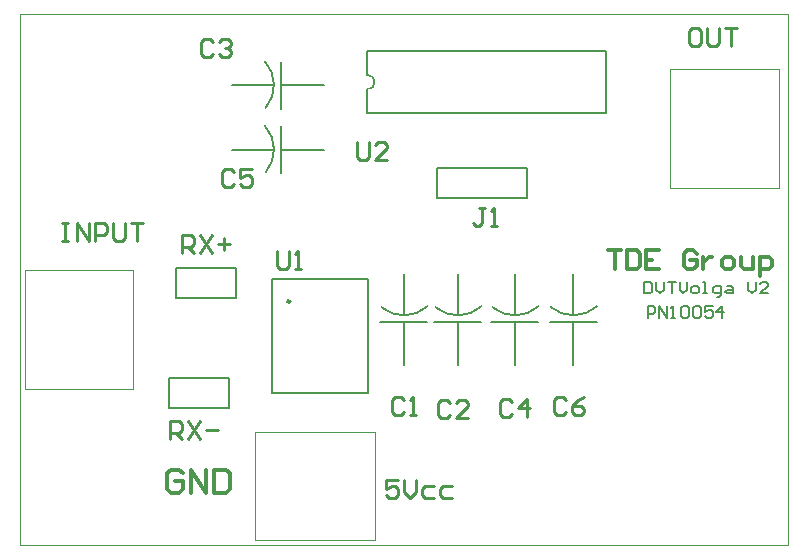
<source format=gto>
G04 Layer_Color=65535*
%FSLAX25Y25*%
%MOIN*%
G70*
G01*
G75*
%ADD14C,0.01181*%
%ADD16C,0.01000*%
%ADD18C,0.00394*%
%ADD31C,0.00984*%
%ADD32C,0.00787*%
%ADD33C,0.00197*%
%ADD34C,0.00591*%
D14*
X196200Y98197D02*
X200398D01*
X198299D01*
Y91900D01*
X202497Y98197D02*
Y91900D01*
X205646D01*
X206695Y92949D01*
Y97148D01*
X205646Y98197D01*
X202497D01*
X212993D02*
X208794D01*
Y91900D01*
X212993D01*
X208794Y95049D02*
X210893D01*
X225587Y97148D02*
X224537Y98197D01*
X222438D01*
X221389Y97148D01*
Y92949D01*
X222438Y91900D01*
X224537D01*
X225587Y92949D01*
Y95049D01*
X223488D01*
X227686Y96098D02*
Y91900D01*
Y93999D01*
X228735Y95049D01*
X229785Y96098D01*
X230834D01*
X235033Y91900D02*
X237132D01*
X238181Y92949D01*
Y95049D01*
X237132Y96098D01*
X235033D01*
X233983Y95049D01*
Y92949D01*
X235033Y91900D01*
X240280Y96098D02*
Y92949D01*
X241330Y91900D01*
X244478D01*
Y96098D01*
X246577Y89801D02*
Y96098D01*
X249726D01*
X250776Y95049D01*
Y92949D01*
X249726Y91900D01*
X246577D01*
X54322Y23860D02*
X53010Y25172D01*
X50387D01*
X49075Y23860D01*
Y18612D01*
X50387Y17300D01*
X53010D01*
X54322Y18612D01*
Y21236D01*
X51699D01*
X56946Y17300D02*
Y25172D01*
X62194Y17300D01*
Y25172D01*
X64818D02*
Y17300D01*
X68753D01*
X70065Y18612D01*
Y23860D01*
X68753Y25172D01*
X64818D01*
D16*
X85825Y98148D02*
Y93150D01*
X86825Y92150D01*
X88824D01*
X89824Y93150D01*
Y98148D01*
X91823Y92150D02*
X93822D01*
X92822D01*
Y98148D01*
X91823Y97148D01*
X50075Y35300D02*
Y41298D01*
X53074D01*
X54074Y40298D01*
Y38299D01*
X53074Y37299D01*
X50075D01*
X52074D02*
X54074Y35300D01*
X56073Y41298D02*
X60072Y35300D01*
Y41298D02*
X56073Y35300D01*
X62071Y38299D02*
X66070D01*
X54075Y97300D02*
Y103298D01*
X57074D01*
X58074Y102298D01*
Y100299D01*
X57074Y99299D01*
X54075D01*
X56074D02*
X58074Y97300D01*
X60073Y103298D02*
X64072Y97300D01*
Y103298D02*
X60073Y97300D01*
X66071Y100299D02*
X70070D01*
X68070Y102298D02*
Y98300D01*
X225999Y172298D02*
X224000D01*
X223000Y171298D01*
Y167300D01*
X224000Y166300D01*
X225999D01*
X226999Y167300D01*
Y171298D01*
X225999Y172298D01*
X228998D02*
Y167300D01*
X229998Y166300D01*
X231997D01*
X232997Y167300D01*
Y172298D01*
X234996D02*
X238995D01*
X236996D01*
Y166300D01*
X154999Y112298D02*
X152999D01*
X153999D01*
Y107300D01*
X152999Y106300D01*
X152000D01*
X151000Y107300D01*
X156998Y106300D02*
X158997D01*
X157998D01*
Y112298D01*
X156998Y111298D01*
X14185Y107298D02*
X16184D01*
X15185D01*
Y101300D01*
X14185D01*
X16184D01*
X19183D02*
Y107298D01*
X23182Y101300D01*
Y107298D01*
X25181Y101300D02*
Y107298D01*
X28181D01*
X29180Y106298D01*
Y104299D01*
X28181Y103299D01*
X25181D01*
X31179Y107298D02*
Y102300D01*
X32179Y101300D01*
X34179D01*
X35178Y102300D01*
Y107298D01*
X37178D02*
X41176D01*
X39177D01*
Y101300D01*
X125924Y21668D02*
X121925D01*
Y18669D01*
X123925Y19669D01*
X124924D01*
X125924Y18669D01*
Y16670D01*
X124924Y15670D01*
X122925D01*
X121925Y16670D01*
X127923Y21668D02*
Y17669D01*
X129923Y15670D01*
X131922Y17669D01*
Y21668D01*
X137920Y19669D02*
X134921D01*
X133921Y18669D01*
Y16670D01*
X134921Y15670D01*
X137920D01*
X143918Y19669D02*
X140919D01*
X139919Y18669D01*
Y16670D01*
X140919Y15670D01*
X143918D01*
X181999Y48298D02*
X180999Y49298D01*
X179000D01*
X178000Y48298D01*
Y44300D01*
X179000Y43300D01*
X180999D01*
X181999Y44300D01*
X187997Y49298D02*
X185997Y48298D01*
X183998Y46299D01*
Y44300D01*
X184998Y43300D01*
X186997D01*
X187997Y44300D01*
Y45299D01*
X186997Y46299D01*
X183998D01*
X71499Y124298D02*
X70499Y125298D01*
X68500D01*
X67500Y124298D01*
Y120300D01*
X68500Y119300D01*
X70499D01*
X71499Y120300D01*
X77497Y125298D02*
X73498D01*
Y122299D01*
X75497Y123299D01*
X76497D01*
X77497Y122299D01*
Y120300D01*
X76497Y119300D01*
X74498D01*
X73498Y120300D01*
X163999Y47798D02*
X162999Y48798D01*
X161000D01*
X160000Y47798D01*
Y43800D01*
X161000Y42800D01*
X162999D01*
X163999Y43800D01*
X168997Y42800D02*
Y48798D01*
X165998Y45799D01*
X169997D01*
X64499Y167798D02*
X63499Y168798D01*
X61500D01*
X60500Y167798D01*
Y163800D01*
X61500Y162800D01*
X63499D01*
X64499Y163800D01*
X66498Y167798D02*
X67498Y168798D01*
X69497D01*
X70497Y167798D01*
Y166799D01*
X69497Y165799D01*
X68497D01*
X69497D01*
X70497Y164799D01*
Y163800D01*
X69497Y162800D01*
X67498D01*
X66498Y163800D01*
X143499Y47298D02*
X142499Y48298D01*
X140500D01*
X139500Y47298D01*
Y43300D01*
X140500Y42300D01*
X142499D01*
X143499Y43300D01*
X149497Y42300D02*
X145498D01*
X149497Y46299D01*
Y47298D01*
X148497Y48298D01*
X146498D01*
X145498Y47298D01*
X127999Y48298D02*
X126999Y49298D01*
X125000D01*
X124000Y48298D01*
Y44300D01*
X125000Y43300D01*
X126999D01*
X127999Y44300D01*
X129998Y43300D02*
X131997D01*
X130998D01*
Y49298D01*
X129998Y48298D01*
X112500Y134298D02*
Y129300D01*
X113500Y128300D01*
X115499D01*
X116499Y129300D01*
Y134298D01*
X122497Y128300D02*
X118498D01*
X122497Y132299D01*
Y133298D01*
X121497Y134298D01*
X119498D01*
X118498Y133298D01*
D18*
X0Y-15D02*
Y177150D01*
Y-15D02*
X255906D01*
Y177150D01*
X0D02*
X255906D01*
D31*
X90114Y81217D02*
G03*
X90114Y81217I-492J0D01*
G01*
D32*
X115736Y151800D02*
G03*
X115736Y156800I0J2500D01*
G01*
X176933Y79340D02*
G03*
X192428Y79611I7592J9048D01*
G01*
X81960Y124233D02*
G03*
X81689Y139728I-9048J7592D01*
G01*
X157433Y79340D02*
G03*
X172928Y79611I7592J9048D01*
G01*
X81960Y145733D02*
G03*
X81689Y161228I-9048J7592D01*
G01*
X138433Y79340D02*
G03*
X153928Y79611I7592J9048D01*
G01*
X120433Y79340D02*
G03*
X135928Y79611I7592J9048D01*
G01*
X84209Y50686D02*
Y88737D01*
X115902Y50686D02*
Y88737D01*
X84209D02*
X115902D01*
X84209Y50686D02*
X115902D01*
X115736Y143867D02*
Y151800D01*
Y156800D02*
Y164733D01*
X195264Y143867D02*
Y164733D01*
X115736Y143867D02*
X195264D01*
X115736Y164733D02*
X195264D01*
X176626Y74316D02*
X192374D01*
X184500Y76678D02*
Y90457D01*
Y60044D02*
Y74316D01*
X86984Y123926D02*
Y139674D01*
X70842Y131800D02*
X84622D01*
X86984D02*
X101256D01*
X157126Y74316D02*
X172874D01*
X165000Y76678D02*
Y90457D01*
Y60044D02*
Y74316D01*
X86984Y145426D02*
Y161174D01*
X70842Y153300D02*
X84622D01*
X86984D02*
X101256D01*
X138126Y74316D02*
X153874D01*
X146000Y76678D02*
Y90457D01*
Y60044D02*
Y74316D01*
X120126D02*
X135874D01*
X128000Y76678D02*
Y90457D01*
Y60044D02*
Y74316D01*
X69575Y45800D02*
Y55800D01*
X49575Y45800D02*
X69575D01*
X49575D02*
Y55800D01*
X69575D01*
X72075Y82300D02*
Y92300D01*
X52075Y82300D02*
X72075D01*
X52075D02*
Y92300D01*
X72075D01*
X139000Y115800D02*
X169000D01*
Y125800D01*
X139000D02*
X169000D01*
X139000Y115800D02*
Y125800D01*
D33*
X1575Y51879D02*
X37795D01*
X1575D02*
Y91721D01*
X37795D01*
Y51879D02*
Y91721D01*
X216890Y158721D02*
X253110D01*
Y118879D02*
Y158721D01*
X216890Y118879D02*
X253110D01*
X216890D02*
Y158721D01*
X118347Y1560D02*
Y37780D01*
X78504Y1560D02*
X118347D01*
X78504D02*
Y37780D01*
X118347D01*
D34*
X209250Y75800D02*
Y79736D01*
X211218D01*
X211874Y79080D01*
Y77768D01*
X211218Y77112D01*
X209250D01*
X213186Y75800D02*
Y79736D01*
X215810Y75800D01*
Y79736D01*
X217122Y75800D02*
X218433D01*
X217777D01*
Y79736D01*
X217122Y79080D01*
X220401D02*
X221057Y79736D01*
X222369D01*
X223025Y79080D01*
Y76456D01*
X222369Y75800D01*
X221057D01*
X220401Y76456D01*
Y79080D01*
X224337D02*
X224993Y79736D01*
X226305D01*
X226961Y79080D01*
Y76456D01*
X226305Y75800D01*
X224993D01*
X224337Y76456D01*
Y79080D01*
X230897Y79736D02*
X228273D01*
Y77768D01*
X229585Y78424D01*
X230241D01*
X230897Y77768D01*
Y76456D01*
X230241Y75800D01*
X228929D01*
X228273Y76456D01*
X234176Y75800D02*
Y79736D01*
X232208Y77768D01*
X234832D01*
X208100Y87786D02*
Y83850D01*
X210068D01*
X210724Y84506D01*
Y87130D01*
X210068Y87786D01*
X208100D01*
X212036D02*
Y85162D01*
X213348Y83850D01*
X214660Y85162D01*
Y87786D01*
X215971D02*
X218595D01*
X217283D01*
Y83850D01*
X219907Y87786D02*
Y85162D01*
X221219Y83850D01*
X222531Y85162D01*
Y87786D01*
X224499Y83850D02*
X225811D01*
X226467Y84506D01*
Y85818D01*
X225811Y86474D01*
X224499D01*
X223843Y85818D01*
Y84506D01*
X224499Y83850D01*
X227779D02*
X229091D01*
X228435D01*
Y87786D01*
X227779D01*
X232370Y82538D02*
X233026D01*
X233682Y83194D01*
Y86474D01*
X231714D01*
X231059Y85818D01*
Y84506D01*
X231714Y83850D01*
X233682D01*
X235650Y86474D02*
X236962D01*
X237618Y85818D01*
Y83850D01*
X235650D01*
X234994Y84506D01*
X235650Y85162D01*
X237618D01*
X242866Y87786D02*
Y85162D01*
X244178Y83850D01*
X245490Y85162D01*
Y87786D01*
X249425Y83850D02*
X246801D01*
X249425Y86474D01*
Y87130D01*
X248769Y87786D01*
X247457D01*
X246801Y87130D01*
M02*

</source>
